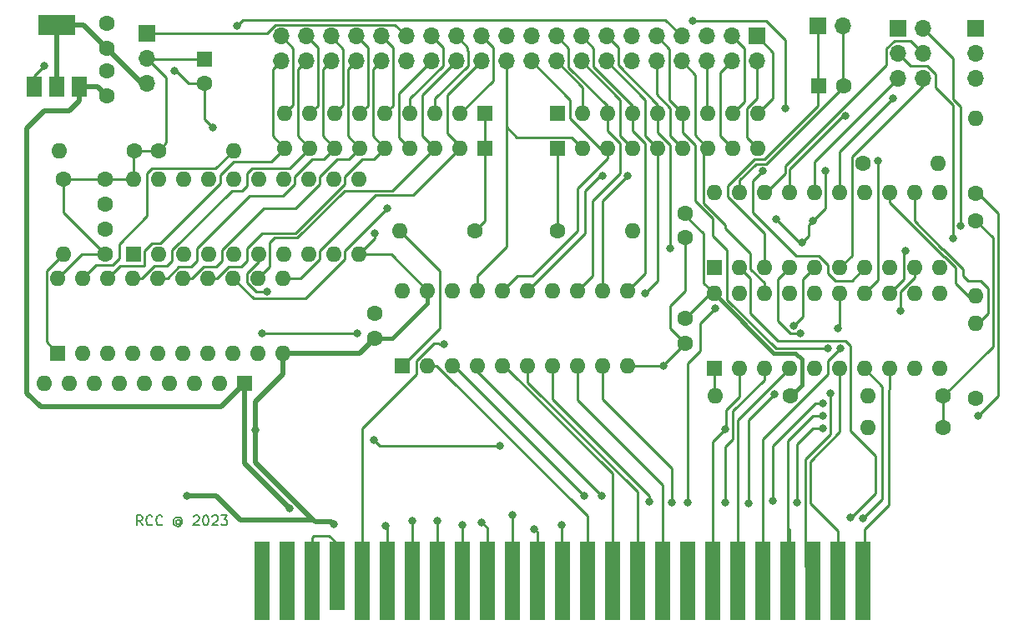
<source format=gbr>
%TF.GenerationSoftware,KiCad,Pcbnew,7.0.7*%
%TF.CreationDate,2023-11-09T10:03:36+00:00*%
%TF.ProjectId,MSX_FPGA_Hat,4d53585f-4650-4474-915f-4861742e6b69,1.5*%
%TF.SameCoordinates,Original*%
%TF.FileFunction,Copper,L1,Top*%
%TF.FilePolarity,Positive*%
%FSLAX46Y46*%
G04 Gerber Fmt 4.6, Leading zero omitted, Abs format (unit mm)*
G04 Created by KiCad (PCBNEW 7.0.7) date 2023-11-09 10:03:36*
%MOMM*%
%LPD*%
G01*
G04 APERTURE LIST*
%ADD10C,0.200000*%
%TA.AperFunction,NonConductor*%
%ADD11C,0.200000*%
%TD*%
%TA.AperFunction,ComponentPad*%
%ADD12C,1.600000*%
%TD*%
%TA.AperFunction,ComponentPad*%
%ADD13R,1.600000X1.600000*%
%TD*%
%TA.AperFunction,ComponentPad*%
%ADD14O,1.600000X1.600000*%
%TD*%
%TA.AperFunction,ComponentPad*%
%ADD15R,1.700000X1.700000*%
%TD*%
%TA.AperFunction,ComponentPad*%
%ADD16O,1.700000X1.700000*%
%TD*%
%TA.AperFunction,ConnectorPad*%
%ADD17R,1.500000X8.000000*%
%TD*%
%TA.AperFunction,ConnectorPad*%
%ADD18R,1.500000X7.000000*%
%TD*%
%TA.AperFunction,SMDPad,CuDef*%
%ADD19R,1.500000X2.000000*%
%TD*%
%TA.AperFunction,SMDPad,CuDef*%
%ADD20R,3.800000X2.000000*%
%TD*%
%TA.AperFunction,ViaPad*%
%ADD21C,0.800000*%
%TD*%
%TA.AperFunction,Conductor*%
%ADD22C,0.250000*%
%TD*%
%TA.AperFunction,Conductor*%
%ADD23C,0.500000*%
%TD*%
%TA.AperFunction,Conductor*%
%ADD24C,0.400000*%
%TD*%
G04 APERTURE END LIST*
D10*
D11*
X65320381Y-75392637D02*
X64987048Y-74916446D01*
X64748953Y-75392637D02*
X64748953Y-74392637D01*
X64748953Y-74392637D02*
X65129905Y-74392637D01*
X65129905Y-74392637D02*
X65225143Y-74440256D01*
X65225143Y-74440256D02*
X65272762Y-74487875D01*
X65272762Y-74487875D02*
X65320381Y-74583113D01*
X65320381Y-74583113D02*
X65320381Y-74725970D01*
X65320381Y-74725970D02*
X65272762Y-74821208D01*
X65272762Y-74821208D02*
X65225143Y-74868827D01*
X65225143Y-74868827D02*
X65129905Y-74916446D01*
X65129905Y-74916446D02*
X64748953Y-74916446D01*
X66320381Y-75297398D02*
X66272762Y-75345018D01*
X66272762Y-75345018D02*
X66129905Y-75392637D01*
X66129905Y-75392637D02*
X66034667Y-75392637D01*
X66034667Y-75392637D02*
X65891810Y-75345018D01*
X65891810Y-75345018D02*
X65796572Y-75249779D01*
X65796572Y-75249779D02*
X65748953Y-75154541D01*
X65748953Y-75154541D02*
X65701334Y-74964065D01*
X65701334Y-74964065D02*
X65701334Y-74821208D01*
X65701334Y-74821208D02*
X65748953Y-74630732D01*
X65748953Y-74630732D02*
X65796572Y-74535494D01*
X65796572Y-74535494D02*
X65891810Y-74440256D01*
X65891810Y-74440256D02*
X66034667Y-74392637D01*
X66034667Y-74392637D02*
X66129905Y-74392637D01*
X66129905Y-74392637D02*
X66272762Y-74440256D01*
X66272762Y-74440256D02*
X66320381Y-74487875D01*
X67320381Y-75297398D02*
X67272762Y-75345018D01*
X67272762Y-75345018D02*
X67129905Y-75392637D01*
X67129905Y-75392637D02*
X67034667Y-75392637D01*
X67034667Y-75392637D02*
X66891810Y-75345018D01*
X66891810Y-75345018D02*
X66796572Y-75249779D01*
X66796572Y-75249779D02*
X66748953Y-75154541D01*
X66748953Y-75154541D02*
X66701334Y-74964065D01*
X66701334Y-74964065D02*
X66701334Y-74821208D01*
X66701334Y-74821208D02*
X66748953Y-74630732D01*
X66748953Y-74630732D02*
X66796572Y-74535494D01*
X66796572Y-74535494D02*
X66891810Y-74440256D01*
X66891810Y-74440256D02*
X67034667Y-74392637D01*
X67034667Y-74392637D02*
X67129905Y-74392637D01*
X67129905Y-74392637D02*
X67272762Y-74440256D01*
X67272762Y-74440256D02*
X67320381Y-74487875D01*
X69129905Y-74916446D02*
X69082286Y-74868827D01*
X69082286Y-74868827D02*
X68987048Y-74821208D01*
X68987048Y-74821208D02*
X68891810Y-74821208D01*
X68891810Y-74821208D02*
X68796572Y-74868827D01*
X68796572Y-74868827D02*
X68748953Y-74916446D01*
X68748953Y-74916446D02*
X68701334Y-75011684D01*
X68701334Y-75011684D02*
X68701334Y-75106922D01*
X68701334Y-75106922D02*
X68748953Y-75202160D01*
X68748953Y-75202160D02*
X68796572Y-75249779D01*
X68796572Y-75249779D02*
X68891810Y-75297398D01*
X68891810Y-75297398D02*
X68987048Y-75297398D01*
X68987048Y-75297398D02*
X69082286Y-75249779D01*
X69082286Y-75249779D02*
X69129905Y-75202160D01*
X69129905Y-74821208D02*
X69129905Y-75202160D01*
X69129905Y-75202160D02*
X69177524Y-75249779D01*
X69177524Y-75249779D02*
X69225143Y-75249779D01*
X69225143Y-75249779D02*
X69320382Y-75202160D01*
X69320382Y-75202160D02*
X69368001Y-75106922D01*
X69368001Y-75106922D02*
X69368001Y-74868827D01*
X69368001Y-74868827D02*
X69272763Y-74725970D01*
X69272763Y-74725970D02*
X69129905Y-74630732D01*
X69129905Y-74630732D02*
X68939429Y-74583113D01*
X68939429Y-74583113D02*
X68748953Y-74630732D01*
X68748953Y-74630732D02*
X68606096Y-74725970D01*
X68606096Y-74725970D02*
X68510858Y-74868827D01*
X68510858Y-74868827D02*
X68463239Y-75059303D01*
X68463239Y-75059303D02*
X68510858Y-75249779D01*
X68510858Y-75249779D02*
X68606096Y-75392637D01*
X68606096Y-75392637D02*
X68748953Y-75487875D01*
X68748953Y-75487875D02*
X68939429Y-75535494D01*
X68939429Y-75535494D02*
X69129905Y-75487875D01*
X69129905Y-75487875D02*
X69272763Y-75392637D01*
X70510858Y-74487875D02*
X70558477Y-74440256D01*
X70558477Y-74440256D02*
X70653715Y-74392637D01*
X70653715Y-74392637D02*
X70891810Y-74392637D01*
X70891810Y-74392637D02*
X70987048Y-74440256D01*
X70987048Y-74440256D02*
X71034667Y-74487875D01*
X71034667Y-74487875D02*
X71082286Y-74583113D01*
X71082286Y-74583113D02*
X71082286Y-74678351D01*
X71082286Y-74678351D02*
X71034667Y-74821208D01*
X71034667Y-74821208D02*
X70463239Y-75392637D01*
X70463239Y-75392637D02*
X71082286Y-75392637D01*
X71701334Y-74392637D02*
X71796572Y-74392637D01*
X71796572Y-74392637D02*
X71891810Y-74440256D01*
X71891810Y-74440256D02*
X71939429Y-74487875D01*
X71939429Y-74487875D02*
X71987048Y-74583113D01*
X71987048Y-74583113D02*
X72034667Y-74773589D01*
X72034667Y-74773589D02*
X72034667Y-75011684D01*
X72034667Y-75011684D02*
X71987048Y-75202160D01*
X71987048Y-75202160D02*
X71939429Y-75297398D01*
X71939429Y-75297398D02*
X71891810Y-75345018D01*
X71891810Y-75345018D02*
X71796572Y-75392637D01*
X71796572Y-75392637D02*
X71701334Y-75392637D01*
X71701334Y-75392637D02*
X71606096Y-75345018D01*
X71606096Y-75345018D02*
X71558477Y-75297398D01*
X71558477Y-75297398D02*
X71510858Y-75202160D01*
X71510858Y-75202160D02*
X71463239Y-75011684D01*
X71463239Y-75011684D02*
X71463239Y-74773589D01*
X71463239Y-74773589D02*
X71510858Y-74583113D01*
X71510858Y-74583113D02*
X71558477Y-74487875D01*
X71558477Y-74487875D02*
X71606096Y-74440256D01*
X71606096Y-74440256D02*
X71701334Y-74392637D01*
X72415620Y-74487875D02*
X72463239Y-74440256D01*
X72463239Y-74440256D02*
X72558477Y-74392637D01*
X72558477Y-74392637D02*
X72796572Y-74392637D01*
X72796572Y-74392637D02*
X72891810Y-74440256D01*
X72891810Y-74440256D02*
X72939429Y-74487875D01*
X72939429Y-74487875D02*
X72987048Y-74583113D01*
X72987048Y-74583113D02*
X72987048Y-74678351D01*
X72987048Y-74678351D02*
X72939429Y-74821208D01*
X72939429Y-74821208D02*
X72368001Y-75392637D01*
X72368001Y-75392637D02*
X72987048Y-75392637D01*
X73320382Y-74392637D02*
X73939429Y-74392637D01*
X73939429Y-74392637D02*
X73606096Y-74773589D01*
X73606096Y-74773589D02*
X73748953Y-74773589D01*
X73748953Y-74773589D02*
X73844191Y-74821208D01*
X73844191Y-74821208D02*
X73891810Y-74868827D01*
X73891810Y-74868827D02*
X73939429Y-74964065D01*
X73939429Y-74964065D02*
X73939429Y-75202160D01*
X73939429Y-75202160D02*
X73891810Y-75297398D01*
X73891810Y-75297398D02*
X73844191Y-75345018D01*
X73844191Y-75345018D02*
X73748953Y-75392637D01*
X73748953Y-75392637D02*
X73463239Y-75392637D01*
X73463239Y-75392637D02*
X73368001Y-75345018D01*
X73368001Y-75345018D02*
X73320382Y-75297398D01*
D12*
%TO.P,C1,1*%
%TO.N,GNDREF*%
X61505859Y-45328812D03*
%TO.P,C1,2*%
%TO.N,Vdd*%
X61505859Y-47828812D03*
%TD*%
%TO.P,C7,1*%
%TO.N,MSX_3.3V*%
X61722000Y-26904000D03*
%TO.P,C7,2*%
%TO.N,GNDREF*%
X61722000Y-24404000D03*
%TD*%
D13*
%TO.P,U3,1,DIR*%
%TO.N,Net-(U3-DIR)*%
X91699000Y-59172000D03*
D14*
%TO.P,U3,2,A1*%
%TO.N,A8*%
X94239000Y-59172000D03*
%TO.P,U3,3,A2*%
%TO.N,A12*%
X96779000Y-59172000D03*
%TO.P,U3,4,A3*%
%TO.N,A7*%
X99319000Y-59172000D03*
%TO.P,U3,5,A4*%
%TO.N,A6*%
X101859000Y-59172000D03*
%TO.P,U3,6,A5*%
%TO.N,A10*%
X104399000Y-59172000D03*
%TO.P,U3,7,A6*%
%TO.N,A11*%
X106939000Y-59172000D03*
%TO.P,U3,8,A7*%
%TO.N,A15*%
X109479000Y-59172000D03*
%TO.P,U3,9,A8*%
%TO.N,A9*%
X112019000Y-59172000D03*
%TO.P,U3,10,GND*%
%TO.N,GNDREF*%
X114559000Y-59172000D03*
%TO.P,U3,11,B8*%
%TO.N,C_A9*%
X114559000Y-51552000D03*
%TO.P,U3,12,B7*%
%TO.N,C_A15*%
X112019000Y-51552000D03*
%TO.P,U3,13,B6*%
%TO.N,C_A11*%
X109479000Y-51552000D03*
%TO.P,U3,14,B5*%
%TO.N,C_A10*%
X106939000Y-51552000D03*
%TO.P,U3,15,B4*%
%TO.N,C_A6*%
X104399000Y-51552000D03*
%TO.P,U3,16,B3*%
%TO.N,C_A7*%
X101859000Y-51552000D03*
%TO.P,U3,17,B2*%
%TO.N,C_A12*%
X99319000Y-51552000D03*
%TO.P,U3,18,B1*%
%TO.N,C_A8*%
X96779000Y-51552000D03*
%TO.P,U3,19,/OE*%
%TO.N,GNDREF*%
X94239000Y-51552000D03*
%TO.P,U3,20,Vcc*%
%TO.N,Vdd*%
X91699000Y-51552000D03*
%TD*%
D15*
%TO.P,J5,1,Pin_1*%
%TO.N,DE_3.3V*%
X65786000Y-25400000D03*
D16*
%TO.P,J5,2,Pin_2*%
%TO.N,Vdd*%
X65786000Y-27940000D03*
%TO.P,J5,3,Pin_3*%
%TO.N,MSX_3.3V*%
X65786000Y-30480000D03*
%TD*%
D12*
%TO.P,R7,1*%
%TO.N,+5V*%
X146558000Y-62230000D03*
D14*
%TO.P,R7,2*%
%TO.N,{slash}INT*%
X138938000Y-62230000D03*
%TD*%
D12*
%TO.P,C2,1*%
%TO.N,GNDREF*%
X61562447Y-42735930D03*
%TO.P,C2,2*%
%TO.N,Vdd*%
X61562447Y-40235930D03*
%TD*%
D13*
%TO.P,C9,1*%
%TO.N,{slash}RESET*%
X133945621Y-30734000D03*
D12*
%TO.P,C9,2*%
%TO.N,GNDREF*%
X136445621Y-30734000D03*
%TD*%
D15*
%TO.P,SW1,1,1*%
%TO.N,{slash}RESET*%
X133878000Y-24613000D03*
D16*
%TO.P,SW1,2,2*%
%TO.N,GNDREF*%
X136418000Y-24613000D03*
%TD*%
D15*
%TO.P,IDC1,1,Pin_1*%
%TO.N,C_CLK_OR_RST*%
X127632000Y-25706000D03*
D16*
%TO.P,IDC1,2,Pin_2*%
%TO.N,{slash}C_M1*%
X127632000Y-28246000D03*
%TO.P,IDC1,3,Pin_3*%
%TO.N,{slash}C_CS_SLT*%
X125092000Y-25706000D03*
%TO.P,IDC1,4,Pin_4*%
%TO.N,{slash}C_SLTSL*%
X125092000Y-28246000D03*
%TO.P,IDC1,5,Pin_5*%
%TO.N,{slash}C_BUSDIR*%
X122552000Y-25706000D03*
%TO.P,IDC1,6,Pin_6*%
%TO.N,{slash}C_MREQ*%
X122552000Y-28246000D03*
%TO.P,IDC1,7,Pin_7*%
%TO.N,{slash}C_U1_D_OE*%
X120012000Y-25706000D03*
%TO.P,IDC1,8,Pin_8*%
%TO.N,{slash}C_RD*%
X120012000Y-28246000D03*
%TO.P,IDC1,9,Pin_9*%
%TO.N,{slash}C_IORQ*%
X117472000Y-25706000D03*
%TO.P,IDC1,10,Pin_10*%
%TO.N,C_A15*%
X117472000Y-28246000D03*
%TO.P,IDC1,11,Pin_11*%
%TO.N,DE_5V*%
X114932000Y-25706000D03*
%TO.P,IDC1,12,Pin_12*%
%TO.N,GNDREF*%
X114932000Y-28246000D03*
%TO.P,IDC1,13,Pin_13*%
%TO.N,{slash}C_WR*%
X112392000Y-25706000D03*
%TO.P,IDC1,14,Pin_14*%
%TO.N,C_A8*%
X112392000Y-28246000D03*
%TO.P,IDC1,15,Pin_15*%
%TO.N,C_A9*%
X109852000Y-25706000D03*
%TO.P,IDC1,16,Pin_16*%
%TO.N,C_A6*%
X109852000Y-28246000D03*
%TO.P,IDC1,17,Pin_17*%
%TO.N,C_A11*%
X107312000Y-25706000D03*
%TO.P,IDC1,18,Pin_18*%
%TO.N,C_A10*%
X107312000Y-28246000D03*
%TO.P,IDC1,19,Pin_19*%
%TO.N,{slash}C_WAIT*%
X104772000Y-25706000D03*
%TO.P,IDC1,20,Pin_20*%
%TO.N,C_A7*%
X104772000Y-28246000D03*
%TO.P,IDC1,21,Pin_21*%
%TO.N,{slash}C_INT*%
X102232000Y-25706000D03*
%TO.P,IDC1,22,Pin_22*%
%TO.N,C_A12*%
X102232000Y-28246000D03*
%TO.P,IDC1,23,Pin_23*%
%TO.N,C_A13*%
X99692000Y-25706000D03*
%TO.P,IDC1,24,Pin_24*%
%TO.N,C_D0*%
X99692000Y-28246000D03*
%TO.P,IDC1,25,Pin_25*%
%TO.N,C_A14*%
X97152000Y-25706000D03*
%TO.P,IDC1,26,Pin_26*%
%TO.N,C_D1*%
X97152000Y-28246000D03*
%TO.P,IDC1,27,Pin_27*%
%TO.N,C_A0*%
X94612000Y-25706000D03*
%TO.P,IDC1,28,Pin_28*%
%TO.N,C_D2*%
X94612000Y-28246000D03*
%TO.P,IDC1,29,Pin_29*%
%TO.N,DE_3.3V*%
X92072000Y-25706000D03*
%TO.P,IDC1,30,Pin_30*%
%TO.N,GNDREF*%
X92072000Y-28246000D03*
%TO.P,IDC1,31,Pin_31*%
%TO.N,C_A1*%
X89532000Y-25706000D03*
%TO.P,IDC1,32,Pin_32*%
%TO.N,C_D3*%
X89532000Y-28246000D03*
%TO.P,IDC1,33,Pin_33*%
%TO.N,C_A2*%
X86992000Y-25706000D03*
%TO.P,IDC1,34,Pin_34*%
%TO.N,C_D4*%
X86992000Y-28246000D03*
%TO.P,IDC1,35,Pin_35*%
%TO.N,C_A3*%
X84452000Y-25706000D03*
%TO.P,IDC1,36,Pin_36*%
%TO.N,C_D5*%
X84452000Y-28246000D03*
%TO.P,IDC1,37,Pin_37*%
%TO.N,C_A4*%
X81912000Y-25706000D03*
%TO.P,IDC1,38,Pin_38*%
%TO.N,C_D6*%
X81912000Y-28246000D03*
%TO.P,IDC1,39,Pin_39*%
%TO.N,C_A5*%
X79372000Y-25706000D03*
%TO.P,IDC1,40,Pin_40*%
%TO.N,C_D7*%
X79372000Y-28246000D03*
%TD*%
D12*
%TO.P,C5,1*%
%TO.N,GNDREF*%
X120396000Y-46188000D03*
%TO.P,C5,2*%
%TO.N,Vdd*%
X120396000Y-43688000D03*
%TD*%
%TO.P,R4,1*%
%TO.N,Vdd*%
X99060000Y-45466000D03*
D14*
%TO.P,R4,2*%
%TO.N,Net-(U3-DIR)*%
X91440000Y-45466000D03*
%TD*%
D17*
%TO.P,CONN1,2,/CS2*%
%TO.N,{slash}CS2*%
X138382025Y-81007202D03*
%TO.P,CONN1,4,/SLTSL*%
%TO.N,{slash}SLTSL*%
X135842025Y-81007202D03*
%TO.P,CONN1,6,/RFSH*%
%TO.N,{slash}RFSH*%
X133302025Y-81007202D03*
%TO.P,CONN1,8,/INT*%
%TO.N,{slash}INT*%
X130762025Y-81007202D03*
%TO.P,CONN1,10,/BUSDIR*%
%TO.N,{slash}BUSDIR*%
X128222025Y-81007202D03*
%TO.P,CONN1,12,/MERQ*%
%TO.N,{slash}MREQ*%
X125682025Y-81007202D03*
%TO.P,CONN1,14,/RD*%
%TO.N,{slash}RD*%
X123142025Y-81007202D03*
%TO.P,CONN1,16,RSV_(NC)*%
%TO.N,unconnected-(CONN1-RSV_(NC)-Pad16)*%
X120602025Y-81007202D03*
%TO.P,CONN1,18,A15*%
%TO.N,A15*%
X118062025Y-81007202D03*
%TO.P,CONN1,20,A10*%
%TO.N,A10*%
X115522025Y-81007202D03*
%TO.P,CONN1,22,A6*%
%TO.N,A6*%
X112982025Y-81007202D03*
%TO.P,CONN1,24,A8*%
%TO.N,A8*%
X110442025Y-81007202D03*
%TO.P,CONN1,26,A13*%
%TO.N,A13*%
X107902025Y-81007202D03*
%TO.P,CONN1,28,A0*%
%TO.N,A0*%
X105362025Y-81007202D03*
%TO.P,CONN1,30,A2*%
%TO.N,A2*%
X102822025Y-81007202D03*
%TO.P,CONN1,32,A4*%
%TO.N,A4*%
X100282025Y-81007202D03*
%TO.P,CONN1,34,D0*%
%TO.N,D0*%
X97742025Y-81007202D03*
%TO.P,CONN1,36,D2*%
%TO.N,D2*%
X95202025Y-81007202D03*
%TO.P,CONN1,38,D4*%
%TO.N,D4*%
X92662025Y-81007202D03*
%TO.P,CONN1,40,D6*%
%TO.N,D6*%
X90122025Y-81007202D03*
%TO.P,CONN1,42,CLOCK*%
%TO.N,CLOCK*%
X87582025Y-81007202D03*
D18*
%TO.P,CONN1,44,SW1*%
%TO.N,SW1*%
X85036533Y-80499850D03*
D17*
%TO.P,CONN1,46,SW2*%
X82502025Y-81007202D03*
%TO.P,CONN1,48,+12V*%
%TO.N,+12V*%
X79962025Y-81007202D03*
%TO.P,CONN1,50,-12V*%
%TO.N,-12V*%
X77422025Y-81007202D03*
%TD*%
D12*
%TO.P,D1,1,K*%
%TO.N,{slash}INT*%
X149860000Y-62484000D03*
D14*
%TO.P,D1,2,A*%
%TO.N,Net-(D1-A)*%
X149860000Y-54864000D03*
%TD*%
D12*
%TO.P,R3,1*%
%TO.N,Vdd*%
X131052000Y-62280630D03*
D14*
%TO.P,R3,2*%
%TO.N,Net-(U4-DIR)*%
X123432000Y-62280630D03*
%TD*%
D13*
%TO.P,RN5,1,common*%
%TO.N,+5V*%
X75661725Y-61017219D03*
D14*
%TO.P,RN5,2,R1*%
%TO.N,D0*%
X73121725Y-61017219D03*
%TO.P,RN5,3,R2*%
%TO.N,D1*%
X70581725Y-61017219D03*
%TO.P,RN5,4,R3*%
%TO.N,D2*%
X68041725Y-61017219D03*
%TO.P,RN5,5,R4*%
%TO.N,D3*%
X65501725Y-61017219D03*
%TO.P,RN5,6,R5*%
%TO.N,D4*%
X62961725Y-61017219D03*
%TO.P,RN5,7,R6*%
%TO.N,D5*%
X60421725Y-61017219D03*
%TO.P,RN5,8,R7*%
%TO.N,D6*%
X57881725Y-61017219D03*
%TO.P,RN5,9,R8*%
%TO.N,D7*%
X55341725Y-61017219D03*
%TD*%
D13*
%TO.P,RN4,1,common*%
%TO.N,Vdd*%
X107427000Y-33528000D03*
D14*
%TO.P,RN4,2,R1*%
%TO.N,C_A10*%
X109967000Y-33528000D03*
%TO.P,RN4,3,R2*%
%TO.N,C_A11*%
X112507000Y-33528000D03*
%TO.P,RN4,4,R3*%
%TO.N,C_A9*%
X115047000Y-33528000D03*
%TO.P,RN4,5,R4*%
%TO.N,{slash}C_WR*%
X117587000Y-33528000D03*
%TO.P,RN4,6,R5*%
%TO.N,{slash}C_IORQ*%
X120127000Y-33528000D03*
%TO.P,RN4,7,R6*%
%TO.N,{slash}C_MREQ*%
X122667000Y-33528000D03*
%TO.P,RN4,8,R7*%
%TO.N,{slash}C_CS_SLT*%
X125207000Y-33528000D03*
%TO.P,RN4,9,R8*%
%TO.N,C_CLK_OR_RST*%
X127747000Y-33528000D03*
%TD*%
D13*
%TO.P,U5,1,DIR*%
%TO.N,Net-(U5-DIR)*%
X123360000Y-49226000D03*
D14*
%TO.P,U5,2,A1*%
%TO.N,{slash}CS12*%
X125900000Y-49226000D03*
%TO.P,U5,3,A2*%
%TO.N,{slash}RESET*%
X128440000Y-49226000D03*
%TO.P,U5,4,A3*%
%TO.N,{slash}RFSH*%
X130980000Y-49226000D03*
%TO.P,U5,5,A4*%
%TO.N,CLOCK*%
X133520000Y-49226000D03*
%TO.P,U5,6,A5*%
%TO.N,C_SOUNDIN*%
X136060000Y-49226000D03*
%TO.P,U5,7,A6*%
%TO.N,{slash}C_BUSDIR*%
X138600000Y-49226000D03*
%TO.P,U5,8,A7*%
%TO.N,{slash}C_INT*%
X141140000Y-49226000D03*
%TO.P,U5,9,A8*%
%TO.N,{slash}C_WAIT*%
X143680000Y-49226000D03*
%TO.P,U5,10,GND*%
%TO.N,GNDREF*%
X146220000Y-49226000D03*
%TO.P,U5,11,B8*%
%TO.N,Net-(D2-A)*%
X146220000Y-41606000D03*
%TO.P,U5,12,B7*%
%TO.N,Net-(D1-A)*%
X143680000Y-41606000D03*
%TO.P,U5,13,B6*%
%TO.N,{slash}BUSDIR*%
X141140000Y-41606000D03*
%TO.P,U5,14,B5*%
%TO.N,Net-(U5-B5)*%
X138600000Y-41606000D03*
%TO.P,U5,15,B4*%
%TO.N,C_CLOCK*%
X136060000Y-41606000D03*
%TO.P,U5,16,B3*%
%TO.N,{slash}C_RFSH*%
X133520000Y-41606000D03*
%TO.P,U5,17,B2*%
%TO.N,{slash}C_RESET*%
X130980000Y-41606000D03*
%TO.P,U5,18,B1*%
%TO.N,{slash}C_CS12*%
X128440000Y-41606000D03*
%TO.P,U5,19,/OE*%
%TO.N,GNDREF*%
X125900000Y-41606000D03*
%TO.P,U5,20,Vcc*%
%TO.N,Vdd*%
X123360000Y-41606000D03*
%TD*%
D13*
%TO.P,RN1,1,common*%
%TO.N,Vdd*%
X100076000Y-37084000D03*
D14*
%TO.P,RN1,2,R1*%
%TO.N,C_D0*%
X97536000Y-37084000D03*
%TO.P,RN1,3,R2*%
%TO.N,C_D1*%
X94996000Y-37084000D03*
%TO.P,RN1,4,R3*%
%TO.N,C_D2*%
X92456000Y-37084000D03*
%TO.P,RN1,5,R4*%
%TO.N,C_D3*%
X89916000Y-37084000D03*
%TO.P,RN1,6,R5*%
%TO.N,C_D4*%
X87376000Y-37084000D03*
%TO.P,RN1,7,R6*%
%TO.N,C_D5*%
X84836000Y-37084000D03*
%TO.P,RN1,8,R7*%
%TO.N,C_D6*%
X82296000Y-37084000D03*
%TO.P,RN1,9,R8*%
%TO.N,C_D7*%
X79756000Y-37084000D03*
%TD*%
D12*
%TO.P,R8,1*%
%TO.N,+5V*%
X146558000Y-65501812D03*
D14*
%TO.P,R8,2*%
%TO.N,{slash}WAIT*%
X138938000Y-65501812D03*
%TD*%
D12*
%TO.P,R5,1*%
%TO.N,Vdd*%
X107442000Y-45466000D03*
D14*
%TO.P,R5,2*%
%TO.N,Net-(U5-DIR)*%
X115062000Y-45466000D03*
%TD*%
D12*
%TO.P,C3,1*%
%TO.N,GNDREF*%
X88900000Y-56368000D03*
%TO.P,C3,2*%
%TO.N,Vdd*%
X88900000Y-53868000D03*
%TD*%
%TO.P,D2,1,K*%
%TO.N,{slash}WAIT*%
X149860000Y-41656000D03*
D14*
%TO.P,D2,2,A*%
%TO.N,Net-(D2-A)*%
X149860000Y-34036000D03*
%TD*%
D13*
%TO.P,RN2,1,common*%
%TO.N,Vdd*%
X100091000Y-33528000D03*
D14*
%TO.P,RN2,2,R1*%
%TO.N,C_A13*%
X97551000Y-33528000D03*
%TO.P,RN2,3,R2*%
%TO.N,C_A14*%
X95011000Y-33528000D03*
%TO.P,RN2,4,R3*%
%TO.N,C_A0*%
X92471000Y-33528000D03*
%TO.P,RN2,5,R4*%
%TO.N,C_A1*%
X89931000Y-33528000D03*
%TO.P,RN2,6,R5*%
%TO.N,C_A2*%
X87391000Y-33528000D03*
%TO.P,RN2,7,R6*%
%TO.N,C_A3*%
X84851000Y-33528000D03*
%TO.P,RN2,8,R7*%
%TO.N,C_A4*%
X82311000Y-33528000D03*
%TO.P,RN2,9,R8*%
%TO.N,C_A5*%
X79771000Y-33528000D03*
%TD*%
D12*
%TO.P,R2,1*%
%TO.N,Vdd*%
X57335866Y-40224562D03*
D14*
%TO.P,R2,2*%
%TO.N,{slash}RD*%
X57335866Y-47844562D03*
%TD*%
D19*
%TO.P,U6,1,GND*%
%TO.N,GNDREF*%
X54342000Y-30836000D03*
%TO.P,U6,2,VO*%
%TO.N,MSX_3.3V*%
X56642000Y-30836000D03*
D20*
X56642000Y-24536000D03*
D19*
%TO.P,U6,3,VI*%
%TO.N,+5V*%
X58942000Y-30836000D03*
%TD*%
D13*
%TO.P,U1,1,DIR*%
%TO.N,{slash}RD*%
X56748709Y-57897829D03*
D14*
%TO.P,U1,2,A1*%
%TO.N,D7*%
X59288709Y-57897829D03*
%TO.P,U1,3,A2*%
%TO.N,D6*%
X61828709Y-57897829D03*
%TO.P,U1,4,A3*%
%TO.N,D5*%
X64368709Y-57897829D03*
%TO.P,U1,5,A4*%
%TO.N,D4*%
X66908709Y-57897829D03*
%TO.P,U1,6,A5*%
%TO.N,D3*%
X69448709Y-57897829D03*
%TO.P,U1,7,A6*%
%TO.N,D2*%
X71988709Y-57897829D03*
%TO.P,U1,8,A7*%
%TO.N,D1*%
X74528709Y-57897829D03*
%TO.P,U1,9,A8*%
%TO.N,D0*%
X77068709Y-57897829D03*
%TO.P,U1,10,GND*%
%TO.N,GNDREF*%
X79608709Y-57897829D03*
%TO.P,U1,11,B8*%
%TO.N,C_D0*%
X79608709Y-50277829D03*
%TO.P,U1,12,B7*%
%TO.N,C_D1*%
X77068709Y-50277829D03*
%TO.P,U1,13,B6*%
%TO.N,C_D2*%
X74528709Y-50277829D03*
%TO.P,U1,14,B5*%
%TO.N,C_D3*%
X71988709Y-50277829D03*
%TO.P,U1,15,B4*%
%TO.N,C_D4*%
X69448709Y-50277829D03*
%TO.P,U1,16,B3*%
%TO.N,C_D5*%
X66908709Y-50277829D03*
%TO.P,U1,17,B2*%
%TO.N,C_D6*%
X64368709Y-50277829D03*
%TO.P,U1,18,B1*%
%TO.N,C_D7*%
X61828709Y-50277829D03*
%TO.P,U1,19,/OE*%
%TO.N,{slash}C_U1_D_OE*%
X59288709Y-50277829D03*
%TO.P,U1,20,Vcc*%
%TO.N,Vdd*%
X56748709Y-50277829D03*
%TD*%
D13*
%TO.P,C8,1*%
%TO.N,Vdd*%
X71628000Y-28027621D03*
D12*
%TO.P,C8,2*%
%TO.N,GNDREF*%
X71628000Y-30527621D03*
%TD*%
%TO.P,R6,1*%
%TO.N,Vdd*%
X66933441Y-37333077D03*
D14*
%TO.P,R6,2*%
%TO.N,{slash}C_U1_D_OE*%
X74553441Y-37333077D03*
%TD*%
D12*
%TO.P,C6,1*%
%TO.N,+5V*%
X61722000Y-31750000D03*
%TO.P,C6,2*%
%TO.N,GNDREF*%
X61722000Y-29250000D03*
%TD*%
D13*
%TO.P,U2,1,DIR*%
%TO.N,Net-(U2-DIR)*%
X64380328Y-47885400D03*
D14*
%TO.P,U2,2,A1*%
%TO.N,A5*%
X66920328Y-47885400D03*
%TO.P,U2,3,A2*%
%TO.N,A4*%
X69460328Y-47885400D03*
%TO.P,U2,4,A3*%
%TO.N,A3*%
X72000328Y-47885400D03*
%TO.P,U2,5,A4*%
%TO.N,A2*%
X74540328Y-47885400D03*
%TO.P,U2,6,A5*%
%TO.N,A1*%
X77080328Y-47885400D03*
%TO.P,U2,7,A6*%
%TO.N,A0*%
X79620328Y-47885400D03*
%TO.P,U2,8,A7*%
%TO.N,A14*%
X82160328Y-47885400D03*
%TO.P,U2,9,A8*%
%TO.N,A13*%
X84700328Y-47885400D03*
%TO.P,U2,10,GND*%
%TO.N,GNDREF*%
X87240328Y-47885400D03*
%TO.P,U2,11,B8*%
%TO.N,C_A13*%
X87240328Y-40265400D03*
%TO.P,U2,12,B7*%
%TO.N,C_A14*%
X84700328Y-40265400D03*
%TO.P,U2,13,B6*%
%TO.N,C_A0*%
X82160328Y-40265400D03*
%TO.P,U2,14,B5*%
%TO.N,C_A1*%
X79620328Y-40265400D03*
%TO.P,U2,15,B4*%
%TO.N,C_A2*%
X77080328Y-40265400D03*
%TO.P,U2,16,B3*%
%TO.N,C_A3*%
X74540328Y-40265400D03*
%TO.P,U2,17,B2*%
%TO.N,C_A4*%
X72000328Y-40265400D03*
%TO.P,U2,18,B1*%
%TO.N,C_A5*%
X69460328Y-40265400D03*
%TO.P,U2,19,/OE*%
%TO.N,GNDREF*%
X66920328Y-40265400D03*
%TO.P,U2,20,Vcc*%
%TO.N,Vdd*%
X64380328Y-40265400D03*
%TD*%
D12*
%TO.P,R1,1*%
%TO.N,Vdd*%
X64480620Y-37333077D03*
D14*
%TO.P,R1,2*%
%TO.N,Net-(U2-DIR)*%
X56860620Y-37333077D03*
%TD*%
D12*
%TO.P,C4,1*%
%TO.N,GNDREF*%
X120396000Y-56876000D03*
%TO.P,C4,2*%
%TO.N,Vdd*%
X120396000Y-54376000D03*
%TD*%
D15*
%TO.P,J2,1,Pin_1*%
%TO.N,C_CLOCK*%
X149860000Y-24907000D03*
D16*
%TO.P,J2,2,Pin_2*%
%TO.N,C_CLK_OR_RST*%
X149860000Y-27447000D03*
%TO.P,J2,3,Pin_3*%
%TO.N,{slash}C_RESET*%
X149860000Y-29987000D03*
%TD*%
D15*
%TO.P,J1,1,Pin_1*%
%TO.N,{slash}C_CS_SLT*%
X141986000Y-24887000D03*
D16*
%TO.P,J1,2,Pin_2*%
%TO.N,{slash}C_CS1*%
X144526000Y-24887000D03*
%TO.P,J1,3,Pin_3*%
%TO.N,{slash}C_CS2*%
X141986000Y-27427000D03*
%TO.P,J1,4,Pin_4*%
%TO.N,{slash}C_CS12*%
X144526000Y-27427000D03*
%TO.P,J1,5,Pin_5*%
%TO.N,{slash}C_RFSH*%
X141986000Y-29967000D03*
%TO.P,J1,6,Pin_6*%
%TO.N,C_SOUNDIN*%
X144526000Y-29967000D03*
%TD*%
D12*
%TO.P,R9,1*%
%TO.N,+5V*%
X149860000Y-44450000D03*
D14*
%TO.P,R9,2*%
%TO.N,{slash}BUSDIR*%
X149860000Y-52070000D03*
%TD*%
D13*
%TO.P,RN3,1,common*%
%TO.N,Vdd*%
X107427000Y-37084000D03*
D14*
%TO.P,RN3,2,R1*%
%TO.N,C_A12*%
X109967000Y-37084000D03*
%TO.P,RN3,3,R2*%
%TO.N,C_A7*%
X112507000Y-37084000D03*
%TO.P,RN3,4,R3*%
%TO.N,C_A6*%
X115047000Y-37084000D03*
%TO.P,RN3,5,R4*%
%TO.N,C_A8*%
X117587000Y-37084000D03*
%TO.P,RN3,6,R5*%
%TO.N,C_A15*%
X120127000Y-37084000D03*
%TO.P,RN3,7,R6*%
%TO.N,{slash}C_RD*%
X122667000Y-37084000D03*
%TO.P,RN3,8,R7*%
%TO.N,{slash}C_SLTSL*%
X125207000Y-37084000D03*
%TO.P,RN3,9,R8*%
%TO.N,{slash}C_M1*%
X127747000Y-37084000D03*
%TD*%
D12*
%TO.P,R10,1*%
%TO.N,SOUNDIN*%
X138430000Y-38608000D03*
D14*
%TO.P,R10,2*%
%TO.N,Net-(U5-B5)*%
X146050000Y-38608000D03*
%TD*%
D13*
%TO.P,U4,1,DIR*%
%TO.N,Net-(U4-DIR)*%
X123308514Y-59488874D03*
D14*
%TO.P,U4,2,A1*%
%TO.N,{slash}RD*%
X125848514Y-59488874D03*
%TO.P,U4,3,A2*%
%TO.N,{slash}WR*%
X128388514Y-59488874D03*
%TO.P,U4,4,A3*%
%TO.N,{slash}MREQ*%
X130928514Y-59488874D03*
%TO.P,U4,5,A4*%
%TO.N,{slash}IORQ*%
X133468514Y-59488874D03*
%TO.P,U4,6,A5*%
%TO.N,{slash}SLTSL*%
X136008514Y-59488874D03*
%TO.P,U4,7,A6*%
%TO.N,{slash}CS1*%
X138548514Y-59488874D03*
%TO.P,U4,8,A7*%
%TO.N,{slash}CS2*%
X141088514Y-59488874D03*
%TO.P,U4,9,A8*%
%TO.N,{slash}M1*%
X143628514Y-59488874D03*
%TO.P,U4,10,GND*%
%TO.N,GNDREF*%
X146168514Y-59488874D03*
%TO.P,U4,11,B8*%
%TO.N,{slash}C_M1*%
X146168514Y-51868874D03*
%TO.P,U4,12,B7*%
%TO.N,{slash}C_CS2*%
X143628514Y-51868874D03*
%TO.P,U4,13,B6*%
%TO.N,{slash}C_CS1*%
X141088514Y-51868874D03*
%TO.P,U4,14,B5*%
%TO.N,{slash}C_SLTSL*%
X138548514Y-51868874D03*
%TO.P,U4,15,B4*%
%TO.N,{slash}C_IORQ*%
X136008514Y-51868874D03*
%TO.P,U4,16,B3*%
%TO.N,{slash}C_MREQ*%
X133468514Y-51868874D03*
%TO.P,U4,17,B2*%
%TO.N,{slash}C_WR*%
X130928514Y-51868874D03*
%TO.P,U4,18,B1*%
%TO.N,{slash}C_RD*%
X128388514Y-51868874D03*
%TO.P,U4,19,/OE*%
%TO.N,GNDREF*%
X125848514Y-51868874D03*
%TO.P,U4,20,Vcc*%
%TO.N,Vdd*%
X123308514Y-51868874D03*
%TD*%
D21*
%TO.N,GNDREF*%
X118141464Y-59175145D03*
X76766359Y-65709623D03*
%TO.N,+5V*%
X88805606Y-66767238D03*
X101600000Y-67310000D03*
%TO.N,GNDREF*%
X88900000Y-45720000D03*
X129607196Y-44306515D03*
X134620000Y-39370000D03*
X69850000Y-72390000D03*
X132271631Y-46692352D03*
X72469846Y-35017044D03*
X55372000Y-28702000D03*
X133350000Y-44450000D03*
X84725247Y-75307173D03*
X68580000Y-29210000D03*
%TO.N,{slash}C_CS1*%
X142748000Y-47498000D03*
X148336000Y-44958000D03*
%TO.N,{slash}C_SLTSL*%
X139954000Y-38354000D03*
%TO.N,C_A15*%
X114554000Y-39878000D03*
%TO.N,{slash}C_IORQ*%
X134874000Y-57404000D03*
X135890000Y-55372000D03*
%TO.N,+5V*%
X80280512Y-73700765D03*
%TO.N,{slash}C_RESET*%
X136652000Y-33782000D03*
%TO.N,C_A8*%
X116332000Y-51816000D03*
%TO.N,C_CLOCK*%
X141478000Y-32004000D03*
%TO.N,C_A6*%
X112014000Y-39878000D03*
%TO.N,C_D2*%
X90162694Y-43187305D03*
%TO.N,{slash}C_CS2*%
X147574000Y-46228000D03*
%TO.N,{slash}C_WAIT*%
X142240000Y-53594000D03*
%TO.N,{slash}CS1*%
X138430000Y-74676000D03*
%TO.N,{slash}CS12*%
X137160000Y-74567025D03*
%TO.N,{slash}RFSH*%
X135128000Y-61976000D03*
X132080000Y-55880000D03*
%TO.N,{slash}WAIT*%
X150114000Y-64262000D03*
X131725000Y-73100000D03*
X134366000Y-65532000D03*
%TO.N,{slash}INT*%
X134366000Y-64262000D03*
%TO.N,{slash}M1*%
X129275000Y-72950000D03*
X134366000Y-62992000D03*
%TO.N,{slash}BUSDIR*%
X136144000Y-57404000D03*
%TO.N,{slash}IORQ*%
X126850000Y-73175000D03*
X129477000Y-62105630D03*
%TO.N,{slash}WR*%
X124425000Y-73075000D03*
%TO.N,{slash}RD*%
X77470000Y-55880000D03*
X124460000Y-65602379D03*
X87076699Y-55930300D03*
%TO.N,{slash}RESET*%
X120602025Y-73072975D03*
X123444000Y-53340000D03*
%TO.N,A9*%
X119050000Y-73050000D03*
%TO.N,A11*%
X116700000Y-73025000D03*
%TO.N,A7*%
X111875000Y-72400000D03*
%TO.N,A12*%
X110125000Y-72375000D03*
%TO.N,A13*%
X107887124Y-75407773D03*
%TO.N,A1*%
X77993882Y-51625682D03*
%TO.N,A0*%
X105082972Y-75759951D03*
%TO.N,A2*%
X102828819Y-74348947D03*
%TO.N,A4*%
X99732609Y-75093321D03*
%TO.N,D0*%
X97742025Y-75345052D03*
%TO.N,D2*%
X95231491Y-74948509D03*
%TO.N,D4*%
X92710000Y-74930000D03*
%TO.N,D6*%
X89968876Y-75433077D03*
%TO.N,CLOCK*%
X95916629Y-56986447D03*
X131373245Y-55155500D03*
%TO.N,{slash}C_WR*%
X118872000Y-47244000D03*
%TO.N,{slash}C_INT*%
X121158000Y-24130000D03*
X130556000Y-33020000D03*
%TO.N,{slash}C_BUSDIR*%
X128270000Y-39408479D03*
%TO.N,{slash}C_U1_D_OE*%
X74930000Y-24638000D03*
%TD*%
D22*
%TO.N,GNDREF*%
X118141464Y-59130536D02*
X120396000Y-56876000D01*
X118141464Y-59175145D02*
X118141464Y-59130536D01*
X118096855Y-59175145D02*
X118141464Y-59175145D01*
D23*
X76779329Y-65722593D02*
X76779329Y-68997500D01*
X76766359Y-65709623D02*
X76779329Y-65722593D01*
X76779329Y-65696653D02*
X76766359Y-65709623D01*
D22*
%TO.N,{slash}WAIT*%
X133350000Y-65532000D02*
X131725000Y-67157000D01*
%TO.N,+5V*%
X88805606Y-66743640D02*
X88805606Y-66743640D01*
X88805606Y-66767238D02*
X88805606Y-66743640D01*
X88829204Y-66767238D02*
X88805606Y-66767238D01*
X89371966Y-67310000D02*
X88829204Y-66767238D01*
X101600000Y-67310000D02*
X89371966Y-67310000D01*
X151580000Y-46170000D02*
X149860000Y-44450000D01*
X151580000Y-57208000D02*
X151580000Y-46170000D01*
X146558000Y-62230000D02*
X151580000Y-57208000D01*
X146558000Y-65501812D02*
X146558000Y-62230000D01*
%TO.N,GNDREF*%
X134645000Y-39395000D02*
X134620000Y-39370000D01*
X120396000Y-51562000D02*
X118872000Y-53086000D01*
D23*
X82630915Y-74849085D02*
X75232273Y-74849085D01*
X75232273Y-74849085D02*
X72773188Y-72390000D01*
X79608709Y-57897829D02*
X87370171Y-57897829D01*
D22*
X136418000Y-30706379D02*
X136445621Y-30734000D01*
X136445621Y-30734000D02*
X136445621Y-30814775D01*
D23*
X84473747Y-75055673D02*
X84725247Y-75307173D01*
D22*
X72469846Y-35017044D02*
X72389999Y-34889289D01*
X118872000Y-53086000D02*
X118872000Y-55352000D01*
X127560417Y-38683979D02*
X125900000Y-40344396D01*
X71628000Y-30527621D02*
X71628000Y-34127290D01*
X68692667Y-29210000D02*
X68580000Y-29210000D01*
D23*
X87370171Y-57897829D02*
X88900000Y-56368000D01*
D24*
X94239000Y-52827000D02*
X94239000Y-51552000D01*
D22*
X136418000Y-24613000D02*
X136418000Y-30706379D01*
X118100000Y-59172000D02*
X118096855Y-59175145D01*
X68580000Y-29097333D02*
X68468214Y-28985547D01*
D23*
X82837502Y-75055673D02*
X84473747Y-75055673D01*
D22*
X132271631Y-46663962D02*
X132271631Y-46692352D01*
X132300021Y-46692352D02*
X132250339Y-46642670D01*
X70010288Y-30527621D02*
X68692667Y-29210000D01*
X114559000Y-59172000D02*
X118100000Y-59172000D01*
X131964643Y-46663962D02*
X132271631Y-46663962D01*
D23*
X79608709Y-60010431D02*
X76779329Y-62839811D01*
X79608709Y-57897829D02*
X79608709Y-60010431D01*
D22*
X134645000Y-43155000D02*
X134645000Y-39395000D01*
X132271631Y-46692352D02*
X132952988Y-46010995D01*
X88900000Y-46225728D02*
X88900000Y-45720000D01*
X90572400Y-47885400D02*
X94239000Y-51552000D01*
X68580000Y-29210000D02*
X68580000Y-29097333D01*
X128576417Y-38683979D02*
X127560417Y-38683979D01*
D23*
X76779329Y-68997500D02*
X82630915Y-74849085D01*
X72773188Y-72390000D02*
X69850000Y-72390000D01*
D22*
X133126707Y-44450000D02*
X133350000Y-44450000D01*
X118872000Y-55352000D02*
X120396000Y-56876000D01*
X54342000Y-29732000D02*
X54342000Y-30836000D01*
X133350000Y-44450000D02*
X134645000Y-43155000D01*
X129607196Y-44306515D02*
X131964643Y-46663962D01*
X136445621Y-30814775D02*
X128576417Y-38683979D01*
X71628000Y-30527621D02*
X70010288Y-30527621D01*
X132952988Y-46010995D02*
X132952988Y-44847012D01*
X125900000Y-40344396D02*
X125900000Y-41606000D01*
X71628000Y-34127290D02*
X72469846Y-35017044D01*
D23*
X76779329Y-62839811D02*
X76779329Y-65696653D01*
D24*
X90698000Y-56368000D02*
X94239000Y-52827000D01*
D22*
X132271631Y-46692352D02*
X132300021Y-46692352D01*
D23*
X82630915Y-74849085D02*
X82837502Y-75055673D01*
D22*
X87240328Y-47885400D02*
X90572400Y-47885400D01*
D24*
X88900000Y-56368000D02*
X90698000Y-56368000D01*
D22*
X132952988Y-44847012D02*
X133350000Y-44450000D01*
X55372000Y-28702000D02*
X54342000Y-29732000D01*
X120396000Y-46208000D02*
X120396000Y-51562000D01*
X87240328Y-47885400D02*
X88900000Y-46225728D01*
%TO.N,{slash}C_CS1*%
X142748000Y-47498000D02*
X142555000Y-47691000D01*
X147906296Y-32433705D02*
X148299000Y-32826409D01*
X147574000Y-31204500D02*
X147574000Y-27935000D01*
X148299000Y-44921000D02*
X148336000Y-44958000D01*
X147574000Y-31204500D02*
X147574000Y-32101409D01*
X142555000Y-47691000D02*
X142555000Y-50402388D01*
X142555000Y-50402388D02*
X141088514Y-51868874D01*
X147574000Y-27935000D02*
X144526000Y-24887000D01*
X147574000Y-32101409D02*
X147906296Y-32433705D01*
X148299000Y-32826409D02*
X148299000Y-44921000D01*
%TO.N,{slash}C_CS12*%
X130530000Y-38878695D02*
X140811000Y-28597695D01*
X143261000Y-26162000D02*
X144526000Y-27427000D01*
X140811000Y-26940299D02*
X141589299Y-26162000D01*
X140811000Y-28597695D02*
X140811000Y-26940299D01*
X141589299Y-26162000D02*
X143261000Y-26162000D01*
X128574000Y-41606000D02*
X130530000Y-39650000D01*
X128440000Y-41606000D02*
X128574000Y-41606000D01*
X130530000Y-39650000D02*
X130530000Y-38878695D01*
%TO.N,{slash}C_SLTSL*%
X125092000Y-28246000D02*
X123952000Y-29386000D01*
X139954000Y-38354000D02*
X139954000Y-50463388D01*
X123952000Y-29386000D02*
X123952000Y-35829000D01*
X139954000Y-50463388D02*
X138548514Y-51868874D01*
X123952000Y-35829000D02*
X125207000Y-37084000D01*
%TO.N,C_A15*%
X112019000Y-51552000D02*
X112019000Y-42413000D01*
X117472000Y-31620000D02*
X118872000Y-33020000D01*
X117472000Y-28246000D02*
X117472000Y-31620000D01*
X114046000Y-40386000D02*
X114554000Y-39878000D01*
X118872000Y-33020000D02*
X118872000Y-35829000D01*
X112019000Y-42413000D02*
X114046000Y-40386000D01*
X118872000Y-35829000D02*
X120127000Y-37084000D01*
%TO.N,{slash}C_IORQ*%
X123190000Y-45974000D02*
X123190000Y-44253398D01*
X117472000Y-25706000D02*
X118771469Y-27005469D01*
X129569102Y-57387000D02*
X124655230Y-52473128D01*
X121412000Y-42475398D02*
X121412000Y-36778009D01*
X134857000Y-57387000D02*
X129569102Y-57387000D01*
X136008514Y-55253486D02*
X136008514Y-51868874D01*
X118771469Y-32172469D02*
X120127000Y-33528000D01*
X124655230Y-47439230D02*
X123190000Y-45974000D01*
X123190000Y-44253398D02*
X121412000Y-42475398D01*
X124655230Y-52473128D02*
X124655230Y-47439230D01*
X121412000Y-36778009D02*
X120127000Y-35493009D01*
X135890000Y-55372000D02*
X136008514Y-55253486D01*
X120127000Y-35493009D02*
X120127000Y-33528000D01*
X118771469Y-27005469D02*
X118771469Y-32172469D01*
X134874000Y-57404000D02*
X134857000Y-57387000D01*
D23*
%TO.N,+5V*%
X57912000Y-33274000D02*
X58942000Y-32244000D01*
X58942000Y-30836000D02*
X60808000Y-30836000D01*
X53592566Y-61950914D02*
X53592566Y-35053434D01*
X73327488Y-63351456D02*
X75661725Y-61017219D01*
X75661725Y-69081978D02*
X80280512Y-73700765D01*
X58942000Y-32244000D02*
X58942000Y-30836000D01*
X53592566Y-35053434D02*
X55372000Y-33274000D01*
X54993108Y-63351456D02*
X53592566Y-61950914D01*
X60808000Y-30836000D02*
X61722000Y-31750000D01*
X54993108Y-63351456D02*
X73327488Y-63351456D01*
X75661725Y-61017219D02*
X75661725Y-69081978D01*
X55372000Y-33274000D02*
X57912000Y-33274000D01*
D22*
%TO.N,C_A12*%
X108842000Y-35959000D02*
X109967000Y-37084000D01*
X102232000Y-34922000D02*
X103269000Y-35959000D01*
X102232000Y-28246000D02*
X102232000Y-34922000D01*
X102232000Y-47120000D02*
X102232000Y-28246000D01*
X99319000Y-50033000D02*
X102232000Y-47120000D01*
X103269000Y-35959000D02*
X108842000Y-35959000D01*
X99319000Y-51552000D02*
X99319000Y-50033000D01*
%TO.N,{slash}C_MREQ*%
X122552000Y-28246000D02*
X122552000Y-33413000D01*
X122552000Y-33413000D02*
X122667000Y-33528000D01*
%TO.N,C_A11*%
X112507000Y-32804604D02*
X112507000Y-33528000D01*
X110998000Y-42418000D02*
X113792000Y-39624000D01*
X108558198Y-26952198D02*
X108558198Y-28855802D01*
X113792000Y-36576000D02*
X112507000Y-35291000D01*
X110998000Y-50033000D02*
X110998000Y-42418000D01*
X109479000Y-51552000D02*
X110998000Y-50033000D01*
X107312000Y-25706000D02*
X108558198Y-26952198D01*
X108558198Y-28855802D02*
X112507000Y-32804604D01*
X112507000Y-35291000D02*
X112507000Y-33528000D01*
X113792000Y-39624000D02*
X113792000Y-36576000D01*
%TO.N,C_A10*%
X107312000Y-28246000D02*
X109967000Y-30901000D01*
X109967000Y-30901000D02*
X109967000Y-33528000D01*
%TO.N,{slash}C_RD*%
X128388514Y-50765505D02*
X127025000Y-49401991D01*
X122667000Y-37069000D02*
X122667000Y-37084000D01*
X127025000Y-47777000D02*
X124485000Y-45237000D01*
X121372284Y-29606284D02*
X121372284Y-35774284D01*
X127025000Y-49401991D02*
X127025000Y-47777000D01*
X121372284Y-35774284D02*
X122667000Y-37069000D01*
X128388514Y-51868874D02*
X128388514Y-50765505D01*
X124485000Y-44912002D02*
X122235000Y-42662002D01*
X120012000Y-28246000D02*
X121372284Y-29606284D01*
X124485000Y-45237000D02*
X124485000Y-44912002D01*
X122235000Y-42662002D02*
X122235000Y-37516000D01*
X122235000Y-37516000D02*
X122667000Y-37084000D01*
%TO.N,C_A9*%
X115047000Y-33528000D02*
X115047000Y-32804604D01*
X111079115Y-26933115D02*
X109852000Y-25706000D01*
X111079115Y-28836719D02*
X111079115Y-26933115D01*
X115047000Y-35291000D02*
X116332000Y-36576000D01*
X115047000Y-32804604D02*
X111079115Y-28836719D01*
X116332000Y-49779000D02*
X114559000Y-51552000D01*
X115047000Y-33528000D02*
X115047000Y-35291000D01*
X116332000Y-36576000D02*
X116332000Y-49779000D01*
%TO.N,{slash}C_RESET*%
X136652000Y-33782000D02*
X136398000Y-33782000D01*
X130980000Y-39200000D02*
X130980000Y-41606000D01*
X136398000Y-33782000D02*
X130980000Y-39200000D01*
%TO.N,C_A8*%
X116332000Y-32186000D02*
X116332000Y-35829000D01*
X116332000Y-35829000D02*
X117587000Y-37084000D01*
X112392000Y-28246000D02*
X116332000Y-32186000D01*
X117587000Y-50561000D02*
X117587000Y-37084000D01*
X116332000Y-51816000D02*
X117587000Y-50561000D01*
%TO.N,C_CLOCK*%
X136060000Y-37422000D02*
X141478000Y-32004000D01*
X136060000Y-41606000D02*
X136060000Y-37422000D01*
%TO.N,C_D7*%
X79372000Y-28246000D02*
X78522000Y-29096000D01*
X73216719Y-40640000D02*
X67096319Y-46760400D01*
X63096138Y-49010400D02*
X61828709Y-50277829D01*
X66269600Y-46760400D02*
X65505328Y-47524672D01*
X73216719Y-39813281D02*
X73216719Y-40640000D01*
X65505328Y-47524672D02*
X65505328Y-49010400D01*
X78522000Y-35850000D02*
X79756000Y-37084000D01*
X65505328Y-49010400D02*
X63096138Y-49010400D01*
X67096319Y-46760400D02*
X66269600Y-46760400D01*
X79756000Y-37084000D02*
X78381923Y-38458077D01*
X78522000Y-29096000D02*
X78522000Y-35850000D01*
X78381923Y-38458077D02*
X74571923Y-38458077D01*
X74571923Y-38458077D02*
X73216719Y-39813281D01*
%TO.N,C_A6*%
X109852000Y-28246000D02*
X113792000Y-32186000D01*
X113792000Y-32186000D02*
X113792000Y-35829000D01*
X110236000Y-41402000D02*
X110236000Y-45715000D01*
X112014000Y-39878000D02*
X111760000Y-39878000D01*
X111760000Y-39878000D02*
X110236000Y-41402000D01*
X110236000Y-45715000D02*
X104399000Y-51552000D01*
X113792000Y-35829000D02*
X115047000Y-37084000D01*
%TO.N,C_D6*%
X65292171Y-50277829D02*
X66559600Y-49010400D01*
X75955328Y-40884673D02*
X75955328Y-39614672D01*
X66559600Y-49010400D02*
X67829601Y-49010400D01*
X81062000Y-35850000D02*
X82296000Y-37084000D01*
X74364337Y-41390400D02*
X75449601Y-41390400D01*
X68335328Y-48504673D02*
X68335328Y-47419409D01*
X64368709Y-50277829D02*
X65292171Y-50277829D01*
X75449601Y-41390400D02*
X75955328Y-40884673D01*
X67829601Y-49010400D02*
X68335328Y-48504673D01*
X81912000Y-28246000D02*
X81062000Y-29096000D01*
X68335328Y-47419409D02*
X74364337Y-41390400D01*
X76429600Y-39140400D02*
X80239600Y-39140400D01*
X80239600Y-39140400D02*
X82296000Y-37084000D01*
X81062000Y-29096000D02*
X81062000Y-35850000D01*
X75955328Y-39614672D02*
X76429600Y-39140400D01*
%TO.N,C_D5*%
X80745328Y-40013672D02*
X82550000Y-38209000D01*
X67857718Y-50277829D02*
X68982718Y-49152829D01*
X84452000Y-28246000D02*
X83602000Y-29096000D01*
X80745328Y-40731391D02*
X80745328Y-40013672D01*
X83602000Y-35850000D02*
X84836000Y-37084000D01*
X83602000Y-29096000D02*
X83602000Y-35850000D01*
X79566719Y-41910000D02*
X80745328Y-40731391D01*
X66908709Y-50277829D02*
X67857718Y-50277829D01*
X70875328Y-48504671D02*
X70875328Y-47234672D01*
X68982718Y-49152829D02*
X70227170Y-49152829D01*
X76200000Y-41910000D02*
X79566719Y-41910000D01*
X70875328Y-47234672D02*
X76200000Y-41910000D01*
X82550000Y-38209000D02*
X83711000Y-38209000D01*
X70227170Y-49152829D02*
X70875328Y-48504671D01*
X83711000Y-38209000D02*
X84836000Y-37084000D01*
%TO.N,C_D4*%
X72833282Y-49086719D02*
X73415328Y-48504673D01*
X86142000Y-29096000D02*
X86142000Y-35850000D01*
X71563281Y-49086719D02*
X72833282Y-49086719D01*
X80836719Y-43180000D02*
X83285328Y-40731391D01*
X69448709Y-50277829D02*
X70372171Y-50277829D01*
X83285328Y-40731391D02*
X83285328Y-40013672D01*
X86142000Y-35850000D02*
X87376000Y-37084000D01*
X86992000Y-28246000D02*
X86142000Y-29096000D01*
X83285328Y-40013672D02*
X85090000Y-38209000D01*
X85090000Y-38209000D02*
X86251000Y-38209000D01*
X77654737Y-43180000D02*
X80836719Y-43180000D01*
X73415328Y-47419409D02*
X77654737Y-43180000D01*
X70372171Y-50277829D02*
X71563281Y-49086719D01*
X73415328Y-48504673D02*
X73415328Y-47419409D01*
X86251000Y-38209000D02*
X87376000Y-37084000D01*
%TO.N,C_D3*%
X71988709Y-50277829D02*
X72912171Y-50277829D01*
X88682000Y-29096000D02*
X88682000Y-35850000D01*
X87630000Y-38209000D02*
X88791000Y-38209000D01*
X89532000Y-28246000D02*
X88682000Y-29096000D01*
X85825328Y-40731391D02*
X85825328Y-40013672D01*
X74103281Y-49086719D02*
X75373282Y-49086719D01*
X88791000Y-38209000D02*
X89916000Y-37084000D01*
X77470000Y-45720000D02*
X80836719Y-45720000D01*
X88682000Y-35850000D02*
X89916000Y-37084000D01*
X72912171Y-50277829D02*
X74103281Y-49086719D01*
X75955328Y-48504673D02*
X75955328Y-47234672D01*
X75955328Y-47234672D02*
X77470000Y-45720000D01*
X85825328Y-40013672D02*
X87630000Y-38209000D01*
X80836719Y-45720000D02*
X85825328Y-40731391D01*
X75373282Y-49086719D02*
X75955328Y-48504673D01*
%TO.N,C_D2*%
X94612000Y-28246000D02*
X91346000Y-31512000D01*
X91346000Y-35974000D02*
X92456000Y-37084000D01*
X85825328Y-47524672D02*
X90170000Y-43180000D01*
X91346000Y-31512000D02*
X91346000Y-35974000D01*
X85825328Y-48351391D02*
X85825328Y-47524672D01*
X74528709Y-50277829D02*
X76601562Y-52350682D01*
X76601562Y-52350682D02*
X81826037Y-52350682D01*
X81826037Y-52350682D02*
X85825328Y-48351391D01*
%TO.N,C_D1*%
X78740000Y-46170000D02*
X81023115Y-46170000D01*
X81023115Y-46170000D02*
X85802715Y-41390400D01*
X97152000Y-28246000D02*
X93726000Y-31672000D01*
X90689600Y-41390400D02*
X94996000Y-37084000D01*
X85802715Y-41390400D02*
X90689600Y-41390400D01*
X78205328Y-46704672D02*
X78740000Y-46170000D01*
X93726000Y-31672000D02*
X93726000Y-35814000D01*
X93726000Y-35814000D02*
X94996000Y-37084000D01*
X77068709Y-50277829D02*
X78205328Y-49141210D01*
X78205328Y-49141210D02*
X78205328Y-46704672D01*
%TO.N,C_D0*%
X83285328Y-47524672D02*
X88969600Y-41840400D01*
X88969600Y-41840400D02*
X92779600Y-41840400D01*
X97536000Y-36830000D02*
X97536000Y-37084000D01*
X81358890Y-50277829D02*
X83285328Y-48351391D01*
X79608709Y-50277829D02*
X81358890Y-50277829D01*
X92779600Y-41840400D02*
X97536000Y-37084000D01*
X99692000Y-28246000D02*
X96266000Y-31672000D01*
X83285328Y-48351391D02*
X83285328Y-47524672D01*
X96266000Y-35560000D02*
X97536000Y-36830000D01*
X96266000Y-31672000D02*
X96266000Y-35560000D01*
%TO.N,{slash}C_M1*%
X127632000Y-28246000D02*
X127632000Y-32052009D01*
X127632000Y-32052009D02*
X126622000Y-33062009D01*
X126622000Y-35959000D02*
X127747000Y-37084000D01*
X126622000Y-33062009D02*
X126622000Y-35959000D01*
%TO.N,{slash}C_RFSH*%
X141986000Y-29967000D02*
X141986000Y-29972000D01*
X133520000Y-38438000D02*
X133520000Y-41606000D01*
X141986000Y-29972000D02*
X133520000Y-38438000D01*
%TO.N,{slash}C_CS2*%
X147574000Y-46228000D02*
X147574000Y-32737805D01*
X147574000Y-32737805D02*
X145796000Y-30959805D01*
X145796000Y-30959805D02*
X145796000Y-29575299D01*
X143261000Y-28702000D02*
X141986000Y-27427000D01*
X145796000Y-29575299D02*
X144922701Y-28702000D01*
X144922701Y-28702000D02*
X143261000Y-28702000D01*
%TO.N,{slash}C_WAIT*%
X143680000Y-50226397D02*
X143680000Y-49226000D01*
X142240000Y-51666397D02*
X143680000Y-50226397D01*
X142240000Y-53594000D02*
X142240000Y-51666397D01*
%TO.N,{slash}CS1*%
X140391601Y-61331961D02*
X140391601Y-72714399D01*
X138548514Y-59488874D02*
X140391601Y-61331961D01*
X140391601Y-72714399D02*
X138430000Y-74676000D01*
%TO.N,{slash}CS2*%
X138609749Y-75759983D02*
X141071631Y-73298101D01*
X141071631Y-61621162D02*
X141088514Y-61604279D01*
X141088514Y-61604279D02*
X141088514Y-59488874D01*
X138609749Y-80509983D02*
X138609749Y-75759983D01*
X141071631Y-73298101D02*
X141071631Y-61621162D01*
%TO.N,{slash}CS12*%
X125900000Y-49226000D02*
X126973514Y-50299514D01*
X139700000Y-72136000D02*
X137268975Y-74567025D01*
X137133514Y-57123514D02*
X137133514Y-65812486D01*
X136652000Y-56642000D02*
X137133514Y-57123514D01*
X139700000Y-68378972D02*
X139700000Y-72136000D01*
X137133514Y-65812486D02*
X139700000Y-68378972D01*
X137268975Y-74567025D02*
X137160000Y-74567025D01*
X126973514Y-53821514D02*
X129794000Y-56642000D01*
X129794000Y-56642000D02*
X136652000Y-56642000D01*
X126973514Y-50299514D02*
X126973514Y-53821514D01*
%TO.N,{slash}SLTSL*%
X136008514Y-65921486D02*
X136008514Y-59488874D01*
X135842025Y-80314405D02*
X135842025Y-75932975D01*
X133038000Y-68892000D02*
X136008514Y-65921486D01*
X133038000Y-73128950D02*
X133038000Y-68892000D01*
X135842025Y-75932975D02*
X133038000Y-73128950D01*
%TO.N,{slash}RFSH*%
X131064000Y-55880000D02*
X129794000Y-54610000D01*
X135119657Y-61984343D02*
X135119657Y-66126874D01*
X132080000Y-55880000D02*
X131064000Y-55880000D01*
X132588000Y-79600380D02*
X133302025Y-80314405D01*
X129794000Y-50412000D02*
X130980000Y-49226000D01*
X132588000Y-68658531D02*
X132588000Y-79600380D01*
X135128000Y-61976000D02*
X135119657Y-61984343D01*
X135119657Y-66126874D02*
X132588000Y-68658531D01*
X129794000Y-54610000D02*
X129794000Y-50412000D01*
%TO.N,{slash}WAIT*%
X131725000Y-67157000D02*
X131725000Y-73100000D01*
X152146000Y-43688000D02*
X152146000Y-62230000D01*
X134366000Y-65532000D02*
X133350000Y-65532000D01*
X152146000Y-62230000D02*
X150114000Y-64262000D01*
X150114000Y-41656000D02*
X152146000Y-43688000D01*
%TO.N,{slash}INT*%
X133350000Y-64262000D02*
X130762025Y-66849975D01*
X130989749Y-80509983D02*
X130989749Y-75759983D01*
X134366000Y-64262000D02*
X133350000Y-64262000D01*
X130762025Y-66849975D02*
X130762025Y-80314405D01*
%TO.N,{slash}M1*%
X133604000Y-62992000D02*
X129275000Y-67321000D01*
X134366000Y-62992000D02*
X133604000Y-62992000D01*
X129275000Y-67321000D02*
X129275000Y-72950000D01*
%TO.N,{slash}BUSDIR*%
X134874000Y-58674000D02*
X134874000Y-60049621D01*
X149098000Y-52070000D02*
X150114000Y-52070000D01*
X146685991Y-48101000D02*
X147828000Y-49243009D01*
X146653000Y-48101000D02*
X146685991Y-48101000D01*
X147828000Y-50800000D02*
X149098000Y-52070000D01*
X128270000Y-66653621D02*
X128270000Y-68834000D01*
X141140000Y-41606000D02*
X141140000Y-42588000D01*
X134874000Y-60049621D02*
X128270000Y-66653621D01*
X128270000Y-80266430D02*
X128270000Y-68614554D01*
X141140000Y-42588000D02*
X146653000Y-48101000D01*
X128222025Y-80314405D02*
X128270000Y-80266430D01*
X147828000Y-49243009D02*
X147828000Y-50800000D01*
X136144000Y-57404000D02*
X134874000Y-58674000D01*
%TO.N,{slash}IORQ*%
X126850000Y-64732630D02*
X129477000Y-62105630D01*
X126850000Y-73175000D02*
X126850000Y-64732630D01*
%TO.N,{slash}MREQ*%
X125682025Y-64735363D02*
X125682025Y-80314405D01*
X130928514Y-59488874D02*
X125682025Y-64735363D01*
%TO.N,{slash}WR*%
X125222000Y-66628000D02*
X124425000Y-67425000D01*
X128388514Y-60620244D02*
X125222000Y-63786758D01*
X124425000Y-73075000D02*
X124425000Y-67425000D01*
X125222000Y-63786758D02*
X125222000Y-66628000D01*
X128388514Y-59488874D02*
X128388514Y-60620244D01*
%TO.N,{slash}RD*%
X87076699Y-55930300D02*
X86410300Y-55930300D01*
X86410300Y-55930300D02*
X86360000Y-55880000D01*
X56748709Y-57897829D02*
X55623709Y-56772829D01*
X125848514Y-62365486D02*
X125848514Y-59488874D01*
X124557000Y-63657000D02*
X125848514Y-62365486D01*
X123142025Y-66920354D02*
X123142025Y-80314405D01*
X124460000Y-65602379D02*
X123142025Y-66920354D01*
X55623709Y-49556719D02*
X57335866Y-47844562D01*
X77470000Y-55880000D02*
X86360000Y-55880000D01*
X124557000Y-65505379D02*
X124557000Y-63657000D01*
X55623709Y-56772829D02*
X55623709Y-49556719D01*
%TO.N,{slash}RESET*%
X123444000Y-53340000D02*
X121920000Y-54864000D01*
X124714000Y-40894000D02*
X124714000Y-42010991D01*
X128390021Y-38233979D02*
X127374021Y-38233979D01*
X133878000Y-32746000D02*
X128390021Y-38233979D01*
X124714000Y-42010991D02*
X128440000Y-45736991D01*
X121920000Y-57658000D02*
X120602025Y-58975975D01*
X120602025Y-58975975D02*
X120602025Y-73072975D01*
X133878000Y-24867000D02*
X133878000Y-32746000D01*
X121920000Y-54864000D02*
X121920000Y-57658000D01*
X128440000Y-45736991D02*
X128440000Y-49226000D01*
X127374021Y-38233979D02*
X124714000Y-40894000D01*
%TO.N,A9*%
X112019000Y-62594000D02*
X119050000Y-69625000D01*
X112019000Y-59172000D02*
X112019000Y-62594000D01*
X119050000Y-69625000D02*
X119050000Y-73050000D01*
%TO.N,A15*%
X118062025Y-80314405D02*
X118062025Y-71273678D01*
X109479000Y-62690653D02*
X109479000Y-59172000D01*
X118062025Y-71273678D02*
X109479000Y-62690653D01*
%TO.N,A11*%
X106939000Y-59172000D02*
X106939000Y-62614000D01*
X106939000Y-62614000D02*
X116700000Y-72375000D01*
X116700000Y-72375000D02*
X116700000Y-73025000D01*
%TO.N,A10*%
X115522025Y-72010629D02*
X104399000Y-60887604D01*
X104399000Y-60887604D02*
X104399000Y-59172000D01*
X115522025Y-80314405D02*
X115522025Y-72010629D01*
%TO.N,A7*%
X111875000Y-72375000D02*
X111875000Y-72400000D01*
X99319000Y-59172000D02*
X99319000Y-59819000D01*
X99319000Y-59819000D02*
X111875000Y-72375000D01*
%TO.N,A6*%
X102047000Y-59172000D02*
X112982025Y-70107025D01*
X112982025Y-70107025D02*
X112982025Y-81007202D01*
X101859000Y-59172000D02*
X102047000Y-59172000D01*
%TO.N,A12*%
X96922000Y-59172000D02*
X110125000Y-72375000D01*
X96779000Y-59172000D02*
X96922000Y-59172000D01*
%TO.N,A8*%
X110442025Y-74450074D02*
X95163951Y-59172000D01*
X110442025Y-80314405D02*
X110442025Y-74450074D01*
X95163951Y-59172000D02*
X94239000Y-59172000D01*
%TO.N,A13*%
X107887124Y-75407773D02*
X107902025Y-80314405D01*
X107902025Y-75564405D02*
X107887124Y-75407773D01*
%TO.N,A1*%
X77080328Y-47885400D02*
X77080328Y-48649672D01*
X75943709Y-50743820D02*
X76829840Y-51629951D01*
X77924642Y-51629951D02*
X77993882Y-51625682D01*
X75943709Y-49786291D02*
X75943709Y-50743820D01*
X77933180Y-51629951D02*
X77928911Y-51629951D01*
X77080328Y-48649672D02*
X75943709Y-49786291D01*
X76829840Y-51629951D02*
X77924642Y-51629951D01*
X77993882Y-51625682D02*
X77933180Y-51629951D01*
%TO.N,A0*%
X105082972Y-75759951D02*
X105362025Y-76039004D01*
X105362025Y-76039004D02*
X105362025Y-81007202D01*
X105082972Y-75734801D02*
X105158422Y-75810251D01*
X105082972Y-75759951D02*
X105082972Y-75734801D01*
X105108122Y-75759951D02*
X105082972Y-75759951D01*
%TO.N,A2*%
X102828819Y-74405534D02*
X102828819Y-74348947D01*
X102822025Y-74355741D02*
X102822025Y-81007202D01*
X102772232Y-74348947D02*
X102809957Y-74386672D01*
X102828819Y-74348947D02*
X102772232Y-74348947D01*
X102828819Y-74348947D02*
X102822025Y-74355741D01*
X102822025Y-74398740D02*
X102828819Y-74405534D01*
%TO.N,A4*%
X99751471Y-75093321D02*
X99732609Y-75093321D01*
X99808059Y-75149909D02*
X99751471Y-75093321D01*
X99732609Y-75093321D02*
X99732609Y-75074459D01*
X99732609Y-75093321D02*
X100282025Y-75642737D01*
X100282025Y-75642737D02*
X100282025Y-81007202D01*
%TO.N,D0*%
X97742025Y-75345052D02*
X97742025Y-81007202D01*
%TO.N,D2*%
X95231491Y-74948509D02*
X95202025Y-74977975D01*
X95202025Y-74977975D02*
X95202025Y-81007202D01*
%TO.N,D4*%
X92662025Y-74977975D02*
X92662025Y-81007202D01*
X92710000Y-74930000D02*
X92662025Y-74977975D01*
%TO.N,D6*%
X90122025Y-75586226D02*
X90122025Y-81007202D01*
X89968876Y-75433077D02*
X90122025Y-75586226D01*
X90127683Y-80308747D02*
X90122025Y-80314405D01*
%TO.N,CLOCK*%
X95916629Y-56986447D02*
X95954354Y-56873272D01*
X87582025Y-65538975D02*
X93114000Y-60007000D01*
X93114000Y-60007000D02*
X93114000Y-58657325D01*
X93114000Y-58657325D02*
X94898053Y-56873272D01*
X132334000Y-54194745D02*
X132334000Y-50412000D01*
X87582025Y-81007202D02*
X87582025Y-65538975D01*
X131373245Y-55155500D02*
X132334000Y-54194745D01*
X94898053Y-56873272D02*
X95916629Y-56986447D01*
X132334000Y-50412000D02*
X133520000Y-49226000D01*
%TO.N,C_CLK_OR_RST*%
X129268443Y-27342443D02*
X129268443Y-32006557D01*
X127632000Y-25706000D02*
X129268443Y-27342443D01*
X129268443Y-32006557D02*
X127747000Y-33528000D01*
%TO.N,C_A7*%
X101859000Y-51552000D02*
X103373000Y-50038000D01*
X109474000Y-45466000D02*
X109474000Y-41148000D01*
X104902000Y-50038000D02*
X109474000Y-45466000D01*
X112507000Y-38115000D02*
X112507000Y-37084000D01*
X103373000Y-50038000D02*
X104902000Y-50038000D01*
X108712000Y-34036000D02*
X111760000Y-37084000D01*
X104772000Y-28246000D02*
X108712000Y-32186000D01*
X108712000Y-32186000D02*
X108712000Y-34036000D01*
X109474000Y-41148000D02*
X112507000Y-38115000D01*
X111760000Y-37084000D02*
X112507000Y-37084000D01*
%TO.N,C_A5*%
X80570999Y-32728001D02*
X80570999Y-26904999D01*
X80570999Y-26904999D02*
X79372000Y-25706000D01*
X79771000Y-33528000D02*
X80570999Y-32728001D01*
%TO.N,C_A4*%
X83087000Y-26881000D02*
X81912000Y-25706000D01*
X82311000Y-33528000D02*
X83087000Y-32752000D01*
X83087000Y-32752000D02*
X83087000Y-26881000D01*
%TO.N,C_A3*%
X85692000Y-32687000D02*
X85692000Y-27018000D01*
X84851000Y-33528000D02*
X85692000Y-32687000D01*
X84452000Y-25778000D02*
X84452000Y-25706000D01*
X85692000Y-27018000D02*
X84452000Y-25778000D01*
%TO.N,C_A2*%
X87391000Y-33528000D02*
X88167000Y-32752000D01*
X88167000Y-32752000D02*
X88167000Y-26881000D01*
X88167000Y-26881000D02*
X86992000Y-25706000D01*
%TO.N,C_A1*%
X89931000Y-33528000D02*
X90707000Y-32752000D01*
X90707000Y-26881000D02*
X89532000Y-25706000D01*
X90707000Y-32752000D02*
X90707000Y-26881000D01*
%TO.N,C_A0*%
X92471000Y-32048701D02*
X95787000Y-28732701D01*
X95787000Y-28732701D02*
X95787000Y-26881000D01*
X92471000Y-33528000D02*
X92471000Y-32048701D01*
X95787000Y-26881000D02*
X94612000Y-25706000D01*
%TO.N,C_A14*%
X95011000Y-33528000D02*
X95011000Y-32048701D01*
X98298000Y-27178000D02*
X98298000Y-26852000D01*
X95011000Y-32048701D02*
X98327000Y-28732701D01*
X98327000Y-28732701D02*
X98327000Y-27207000D01*
X98298000Y-26852000D02*
X97152000Y-25706000D01*
X98327000Y-27207000D02*
X98298000Y-27178000D01*
%TO.N,C_A13*%
X97551000Y-33528000D02*
X100869722Y-30209278D01*
X100869722Y-26883722D02*
X99692000Y-25706000D01*
X100869722Y-30209278D02*
X100869722Y-26883722D01*
%TO.N,{slash}C_WR*%
X112392000Y-25706000D02*
X113567000Y-26881000D01*
X117587000Y-32693000D02*
X117587000Y-33528000D01*
X118872000Y-36778009D02*
X117587000Y-35493009D01*
X117587000Y-35493009D02*
X117587000Y-33528000D01*
X113567000Y-28673000D02*
X117587000Y-32693000D01*
X113567000Y-26881000D02*
X113567000Y-28673000D01*
X118872000Y-47244000D02*
X118872000Y-36778009D01*
%TO.N,Net-(D1-A)*%
X151130000Y-53848000D02*
X150114000Y-54864000D01*
X148590000Y-49368613D02*
X148590000Y-50038000D01*
X149098000Y-50546000D02*
X150368000Y-50546000D01*
X143680000Y-44491604D02*
X146495198Y-47306802D01*
X150368000Y-50546000D02*
X151130000Y-51308000D01*
X148590000Y-50038000D02*
X149098000Y-50546000D01*
X143680000Y-41606000D02*
X143680000Y-44491604D01*
X146528189Y-47306802D02*
X148590000Y-49368613D01*
X146495198Y-47306802D02*
X146528189Y-47306802D01*
X151130000Y-51308000D02*
X151130000Y-53848000D01*
%TO.N,SW1*%
X84237378Y-76451901D02*
X82728375Y-76451901D01*
X82502025Y-76678251D02*
X82502025Y-81007202D01*
X82728375Y-76451901D02*
X82502025Y-76678251D01*
X85036533Y-80499850D02*
X85036533Y-77251056D01*
X85036533Y-77251056D02*
X84237378Y-76451901D01*
%TO.N,Vdd*%
X65786000Y-27940000D02*
X67733440Y-29887440D01*
X61562447Y-40235930D02*
X64350858Y-40235930D01*
D24*
X132208677Y-58548677D02*
X132208677Y-61123953D01*
D22*
X64380328Y-37433369D02*
X64480620Y-37333077D01*
X100076000Y-37084000D02*
X100076000Y-33543000D01*
X100076000Y-37084000D02*
X100076000Y-44450000D01*
X64350858Y-40235930D02*
X64380328Y-40265400D01*
X59197726Y-47828812D02*
X61505859Y-47828812D01*
D24*
X129351640Y-57912000D02*
X131572000Y-57912000D01*
D22*
X64380328Y-40265400D02*
X64380328Y-37433369D01*
X56748709Y-50277829D02*
X59197726Y-47828812D01*
X65873621Y-28027621D02*
X65786000Y-27940000D01*
X57347234Y-40235930D02*
X57335866Y-40224562D01*
X122903126Y-51868874D02*
X123308514Y-51868874D01*
X107427000Y-37084000D02*
X107427000Y-45451000D01*
X122221258Y-50781618D02*
X123308514Y-51868874D01*
X120396000Y-54376000D02*
X122903126Y-51868874D01*
X120396000Y-43708000D02*
X120396000Y-43952000D01*
X67733440Y-29887440D02*
X67733440Y-36533078D01*
X57335866Y-43658819D02*
X61505859Y-47828812D01*
D24*
X132208677Y-61123953D02*
X131052000Y-62280630D01*
D22*
X120396000Y-43952000D02*
X122221258Y-45777258D01*
D24*
X131572000Y-57912000D02*
X132208677Y-58548677D01*
D22*
X71628000Y-28027621D02*
X65873621Y-28027621D01*
X122221258Y-45777258D02*
X122221258Y-50781618D01*
X100076000Y-44450000D02*
X99060000Y-45466000D01*
X67733440Y-36533078D02*
X66933441Y-37333077D01*
X107427000Y-45451000D02*
X107442000Y-45466000D01*
X100076000Y-33543000D02*
X100091000Y-33528000D01*
X61562447Y-40235930D02*
X57347234Y-40235930D01*
X57335866Y-40224562D02*
X57335866Y-43658819D01*
D24*
X123308514Y-51868874D02*
X129351640Y-57912000D01*
D22*
X64480620Y-37333077D02*
X66933441Y-37333077D01*
%TO.N,{slash}C_INT*%
X130556000Y-33020000D02*
X130556000Y-26098556D01*
X130556000Y-26098556D02*
X128587444Y-24130000D01*
X128587444Y-24130000D02*
X121158000Y-24130000D01*
%TO.N,{slash}C_BUSDIR*%
X128270000Y-39408479D02*
X128270000Y-39370000D01*
X135636000Y-50546000D02*
X137280000Y-50546000D01*
X127254000Y-40386000D02*
X127254000Y-43582186D01*
X134874000Y-48989009D02*
X134874000Y-49784000D01*
X137280000Y-50546000D02*
X138600000Y-49226000D01*
X127254000Y-43582186D02*
X131677814Y-48006000D01*
X133890991Y-48006000D02*
X134874000Y-48989009D01*
X131677814Y-48006000D02*
X133890991Y-48006000D01*
X134874000Y-49784000D02*
X135636000Y-50546000D01*
X128270000Y-39370000D02*
X127254000Y-40386000D01*
%TO.N,{slash}C_U1_D_OE*%
X65795328Y-39614672D02*
X66269600Y-39140400D01*
X72746118Y-39140400D02*
X74553441Y-37333077D01*
X74930000Y-24638000D02*
X75487000Y-24081000D01*
X62957876Y-46823653D02*
X65795328Y-43986201D01*
X59288709Y-50277829D02*
X60612726Y-48953812D01*
X60612726Y-48953812D02*
X62269652Y-48953812D01*
X118387000Y-24081000D02*
X120012000Y-25706000D01*
X66269600Y-39140400D02*
X72746118Y-39140400D01*
X75487000Y-24081000D02*
X118387000Y-24081000D01*
X62957876Y-48265588D02*
X62957876Y-46823653D01*
X65795328Y-43986201D02*
X65795328Y-39614672D01*
X62269652Y-48953812D02*
X62957876Y-48265588D01*
%TO.N,{slash}C_CS_SLT*%
X126357621Y-26971621D02*
X126357621Y-32377379D01*
X126357621Y-32377379D02*
X125207000Y-33528000D01*
X125092000Y-25706000D02*
X126357621Y-26971621D01*
%TO.N,Net-(U4-DIR)*%
X123308514Y-62157144D02*
X123432000Y-62280630D01*
X123308514Y-59488874D02*
X123308514Y-62157144D01*
%TO.N,Net-(U3-DIR)*%
X95504000Y-49530000D02*
X95504000Y-55367000D01*
X95504000Y-55367000D02*
X91699000Y-59172000D01*
X91440000Y-45466000D02*
X95504000Y-49530000D01*
D23*
%TO.N,MSX_3.3V*%
X56642000Y-27432000D02*
X56642000Y-24536000D01*
X56642000Y-24536000D02*
X59354000Y-24536000D01*
X56642000Y-30836000D02*
X56642000Y-27432000D01*
X59354000Y-24536000D02*
X61722000Y-26904000D01*
X65298000Y-30480000D02*
X65786000Y-30480000D01*
X61722000Y-26904000D02*
X65298000Y-30480000D01*
D22*
%TO.N,DE_3.3V*%
X90897000Y-24531000D02*
X78847000Y-24531000D01*
X77978000Y-25400000D02*
X65786000Y-25400000D01*
X92072000Y-25706000D02*
X90897000Y-24531000D01*
X78847000Y-24531000D02*
X77978000Y-25400000D01*
%TO.N,C_SOUNDIN*%
X136060000Y-49226000D02*
X137305000Y-47981000D01*
X144526000Y-30734000D02*
X144526000Y-29967000D01*
X137305000Y-37955000D02*
X144526000Y-30734000D01*
X137305000Y-47981000D02*
X137305000Y-37955000D01*
%TD*%
M02*

</source>
